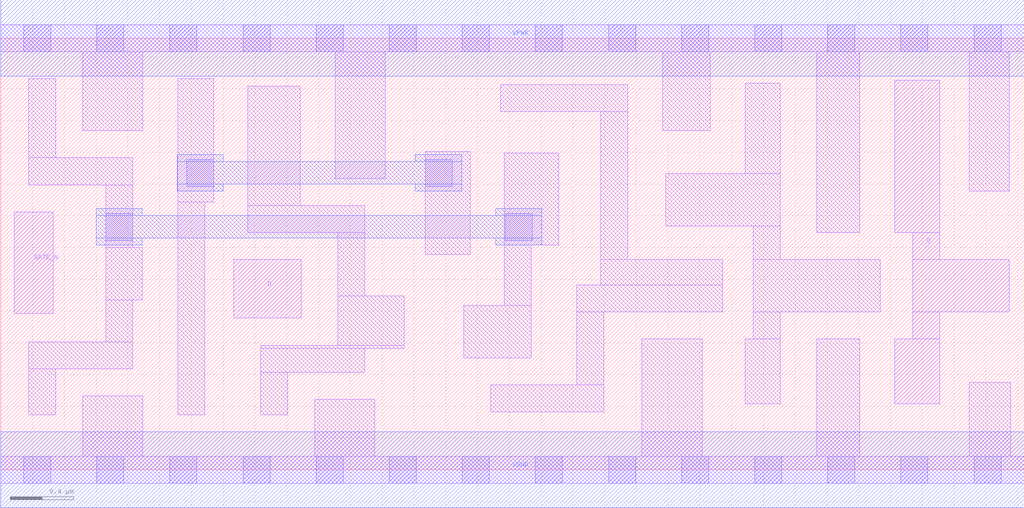
<source format=lef>
# Copyright 2020 The SkyWater PDK Authors
#
# Licensed under the Apache License, Version 2.0 (the "License");
# you may not use this file except in compliance with the License.
# You may obtain a copy of the License at
#
#     https://www.apache.org/licenses/LICENSE-2.0
#
# Unless required by applicable law or agreed to in writing, software
# distributed under the License is distributed on an "AS IS" BASIS,
# WITHOUT WARRANTIES OR CONDITIONS OF ANY KIND, either express or implied.
# See the License for the specific language governing permissions and
# limitations under the License.
#
# SPDX-License-Identifier: Apache-2.0

VERSION 5.7 ;
BUSBITCHARS "[]" ;
DIVIDERCHAR "/" ;
PROPERTYDEFINITIONS
  MACRO maskLayoutSubType STRING ;
  MACRO prCellType STRING ;
  MACRO originalViewName STRING ;
END PROPERTYDEFINITIONS
MACRO sky130_fd_sc_hdll__dlxtn_2
  ORIGIN  0.000000  0.000000 ;
  CLASS CORE ;
  SYMMETRY X Y R90 ;
  SIZE  6.440000 BY  2.720000 ;
  SITE unithd ;
  PIN D
    ANTENNAGATEAREA  0.178200 ;
    DIRECTION INPUT ;
    USE SIGNAL ;
    PORT
      LAYER li1 ;
        RECT 1.465000 0.955000 1.890000 1.325000 ;
    END
  END D
  PIN GATE_N
    ANTENNAGATEAREA  0.178200 ;
    DIRECTION INPUT ;
    USE SIGNAL ;
    PORT
      LAYER li1 ;
        RECT 0.085000 0.985000 0.330000 1.625000 ;
    END
  END GATE_N
  PIN Q
    ANTENNADIFFAREA  0.498000 ;
    DIRECTION OUTPUT ;
    USE SIGNAL ;
    PORT
      LAYER li1 ;
        RECT 5.625000 0.415000 5.910000 0.825000 ;
        RECT 5.625000 1.495000 5.910000 2.455000 ;
        RECT 5.740000 0.825000 5.910000 0.995000 ;
        RECT 5.740000 0.995000 6.345000 1.325000 ;
        RECT 5.740000 1.325000 5.910000 1.495000 ;
    END
  END Q
  PIN VGND
    DIRECTION INOUT ;
    USE SIGNAL ;
    PORT
      LAYER met1 ;
        RECT 0.000000 -0.240000 6.440000 0.240000 ;
    END
  END VGND
  PIN VPWR
    DIRECTION INOUT ;
    USE SIGNAL ;
    PORT
      LAYER met1 ;
        RECT 0.000000 2.480000 6.440000 2.960000 ;
    END
  END VPWR
  OBS
    LAYER li1 ;
      RECT 0.000000 -0.085000 6.440000 0.085000 ;
      RECT 0.000000  2.635000 6.440000 2.805000 ;
      RECT 0.175000  0.345000 0.345000 0.635000 ;
      RECT 0.175000  0.635000 0.830000 0.805000 ;
      RECT 0.175000  1.795000 0.830000 1.965000 ;
      RECT 0.175000  1.965000 0.345000 2.465000 ;
      RECT 0.515000  0.085000 0.895000 0.465000 ;
      RECT 0.515000  2.135000 0.895000 2.635000 ;
      RECT 0.660000  0.805000 0.830000 1.070000 ;
      RECT 0.660000  1.070000 0.890000 1.400000 ;
      RECT 0.660000  1.400000 0.830000 1.795000 ;
      RECT 1.115000  0.345000 1.285000 1.685000 ;
      RECT 1.115000  1.685000 1.340000 2.465000 ;
      RECT 1.555000  1.495000 2.290000 1.665000 ;
      RECT 1.555000  1.665000 1.885000 2.415000 ;
      RECT 1.635000  0.345000 1.805000 0.615000 ;
      RECT 1.635000  0.615000 2.290000 0.765000 ;
      RECT 1.635000  0.765000 2.540000 0.785000 ;
      RECT 1.975000  0.085000 2.355000 0.445000 ;
      RECT 2.105000  1.835000 2.420000 2.635000 ;
      RECT 2.120000  0.785000 2.540000 1.095000 ;
      RECT 2.120000  1.095000 2.290000 1.495000 ;
      RECT 2.670000  1.355000 2.955000 2.005000 ;
      RECT 2.915000  0.705000 3.340000 1.035000 ;
      RECT 3.085000  0.365000 3.795000 0.535000 ;
      RECT 3.145000  2.255000 3.945000 2.425000 ;
      RECT 3.170000  1.035000 3.340000 1.415000 ;
      RECT 3.170000  1.415000 3.510000 1.995000 ;
      RECT 3.625000  0.535000 3.795000 0.995000 ;
      RECT 3.625000  0.995000 4.545000 1.165000 ;
      RECT 3.775000  1.165000 4.545000 1.325000 ;
      RECT 3.775000  1.325000 3.945000 2.255000 ;
      RECT 4.035000  0.085000 4.415000 0.825000 ;
      RECT 4.165000  2.135000 4.465000 2.635000 ;
      RECT 4.185000  1.535000 4.905000 1.865000 ;
      RECT 4.685000  0.415000 4.905000 0.825000 ;
      RECT 4.685000  1.865000 4.905000 2.435000 ;
      RECT 4.735000  0.825000 4.905000 0.995000 ;
      RECT 4.735000  0.995000 5.535000 1.325000 ;
      RECT 4.735000  1.325000 4.905000 1.535000 ;
      RECT 5.135000  0.085000 5.405000 0.825000 ;
      RECT 5.135000  1.495000 5.405000 2.635000 ;
      RECT 6.095000  0.085000 6.355000 0.550000 ;
      RECT 6.095000  1.755000 6.345000 2.635000 ;
    LAYER mcon ;
      RECT 0.145000 -0.085000 0.315000 0.085000 ;
      RECT 0.145000  2.635000 0.315000 2.805000 ;
      RECT 0.605000 -0.085000 0.775000 0.085000 ;
      RECT 0.605000  2.635000 0.775000 2.805000 ;
      RECT 0.660000  1.445000 0.830000 1.615000 ;
      RECT 1.065000 -0.085000 1.235000 0.085000 ;
      RECT 1.065000  2.635000 1.235000 2.805000 ;
      RECT 1.170000  1.785000 1.340000 1.955000 ;
      RECT 1.525000 -0.085000 1.695000 0.085000 ;
      RECT 1.525000  2.635000 1.695000 2.805000 ;
      RECT 1.985000 -0.085000 2.155000 0.085000 ;
      RECT 1.985000  2.635000 2.155000 2.805000 ;
      RECT 2.445000 -0.085000 2.615000 0.085000 ;
      RECT 2.445000  2.635000 2.615000 2.805000 ;
      RECT 2.670000  1.785000 2.840000 1.955000 ;
      RECT 2.905000 -0.085000 3.075000 0.085000 ;
      RECT 2.905000  2.635000 3.075000 2.805000 ;
      RECT 3.175000  1.445000 3.345000 1.615000 ;
      RECT 3.365000 -0.085000 3.535000 0.085000 ;
      RECT 3.365000  2.635000 3.535000 2.805000 ;
      RECT 3.825000 -0.085000 3.995000 0.085000 ;
      RECT 3.825000  2.635000 3.995000 2.805000 ;
      RECT 4.285000 -0.085000 4.455000 0.085000 ;
      RECT 4.285000  2.635000 4.455000 2.805000 ;
      RECT 4.745000 -0.085000 4.915000 0.085000 ;
      RECT 4.745000  2.635000 4.915000 2.805000 ;
      RECT 5.205000 -0.085000 5.375000 0.085000 ;
      RECT 5.205000  2.635000 5.375000 2.805000 ;
      RECT 5.665000 -0.085000 5.835000 0.085000 ;
      RECT 5.665000  2.635000 5.835000 2.805000 ;
      RECT 6.125000 -0.085000 6.295000 0.085000 ;
      RECT 6.125000  2.635000 6.295000 2.805000 ;
    LAYER met1 ;
      RECT 0.600000 1.415000 0.890000 1.460000 ;
      RECT 0.600000 1.460000 3.405000 1.600000 ;
      RECT 0.600000 1.600000 0.890000 1.645000 ;
      RECT 1.110000 1.755000 1.400000 1.800000 ;
      RECT 1.110000 1.800000 2.900000 1.940000 ;
      RECT 1.110000 1.940000 1.400000 1.985000 ;
      RECT 2.610000 1.755000 2.900000 1.800000 ;
      RECT 2.610000 1.940000 2.900000 1.985000 ;
      RECT 3.115000 1.415000 3.405000 1.460000 ;
      RECT 3.115000 1.600000 3.405000 1.645000 ;
  END
  PROPERTY maskLayoutSubType "abstract" ;
  PROPERTY prCellType "standard" ;
  PROPERTY originalViewName "layout" ;
END sky130_fd_sc_hdll__dlxtn_2
END LIBRARY

</source>
